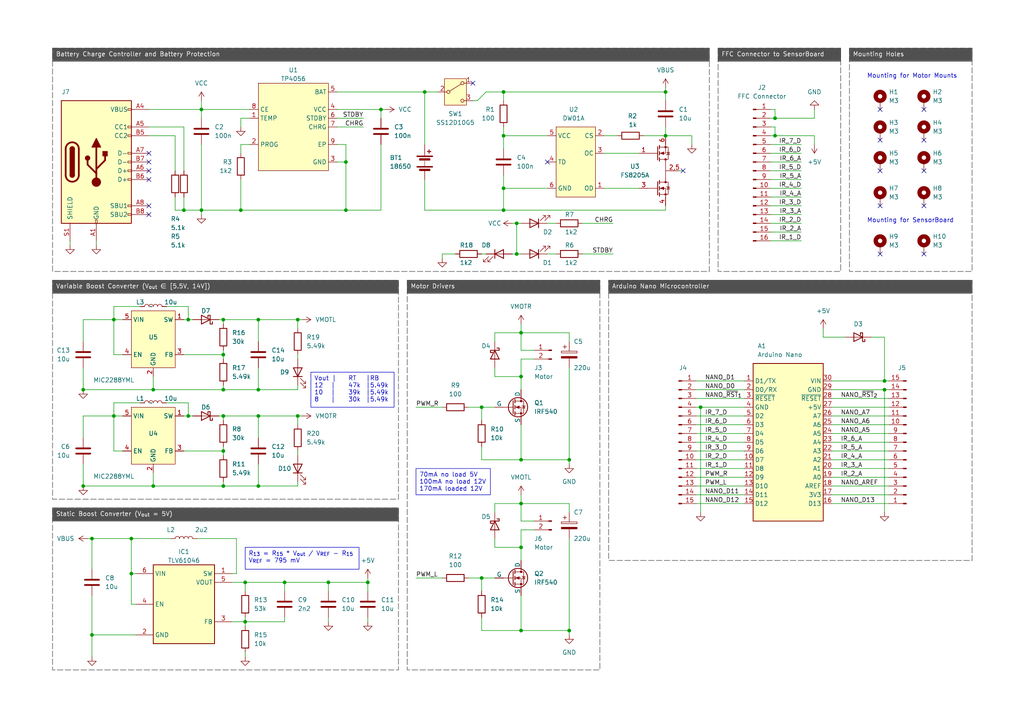
<source format=kicad_sch>
(kicad_sch (version 20231120) (generator "eeschema") (generator_version "8.0")
  (paper "A4")
  (junction (at 151.13 133.35))
  (junction (at 64.77 120.65))
  (junction (at 44.45 113.03))
  (junction (at 151.13 146.05))
  (junction (at 100.33 46.99))
  (junction (at 203.2 118.11))
  (junction (at 86.36 120.65))
  (junction (at 151.13 158.75))
  (junction (at 71.12 180.34))
  (junction (at 33.02 92.71))
  (junction (at 54.61 120.65))
  (junction (at 151.13 109.22))
  (junction (at 123.19 26.67))
  (junction (at 74.93 113.03))
  (junction (at 256.54 113.03))
  (junction (at 26.67 184.15))
  (junction (at 71.12 168.91))
  (junction (at 54.61 92.71))
  (junction (at 146.05 60.96))
  (junction (at 139.7 118.11))
  (junction (at 151.13 96.52))
  (junction (at 193.04 39.37))
  (junction (at 165.1 133.35))
  (junction (at 24.13 140.97))
  (junction (at 224.79 34.29))
  (junction (at 64.77 102.87))
  (junction (at 74.93 92.71))
  (junction (at 165.1 182.88))
  (junction (at 110.49 31.75))
  (junction (at 26.67 156.21))
  (junction (at 44.45 140.97))
  (junction (at 69.85 60.96))
  (junction (at 64.77 92.71))
  (junction (at 256.54 110.49))
  (junction (at 74.93 120.65))
  (junction (at 146.05 39.37))
  (junction (at 95.25 168.91))
  (junction (at 193.04 26.67))
  (junction (at 58.42 60.96))
  (junction (at 58.42 31.75))
  (junction (at 149.86 64.77))
  (junction (at 86.36 92.71))
  (junction (at 82.55 168.91))
  (junction (at 33.02 120.65))
  (junction (at 106.68 168.91))
  (junction (at 149.86 73.66))
  (junction (at 24.13 113.03))
  (junction (at 74.93 140.97))
  (junction (at 146.05 54.61))
  (junction (at 100.33 60.96))
  (junction (at 146.05 26.67))
  (junction (at 53.34 60.96))
  (junction (at 38.1 166.37))
  (junction (at 64.77 140.97))
  (junction (at 139.7 167.64))
  (junction (at 151.13 182.88))
  (junction (at 64.77 130.81))
  (junction (at 38.1 156.21))
  (junction (at 64.77 113.03))
  (junction (at 224.79 39.37))
  (no_connect (at 43.18 52.07))
  (no_connect (at 43.18 49.53))
  (no_connect (at 43.18 44.45))
  (no_connect (at 43.18 62.23))
  (no_connect (at 267.97 59.69))
  (no_connect (at 255.27 73.66))
  (no_connect (at 43.18 59.69))
  (no_connect (at 255.27 49.53))
  (no_connect (at 267.97 40.64))
  (no_connect (at 255.27 59.69))
  (no_connect (at 255.27 31.75))
  (no_connect (at 158.75 46.99))
  (no_connect (at 43.18 46.99))
  (no_connect (at 137.16 24.13))
  (no_connect (at 267.97 49.53))
  (no_connect (at 198.12 49.53))
  (no_connect (at 255.27 40.64))
  (no_connect (at 267.97 73.66))
  (no_connect (at 267.97 31.75))
  (wire (pts (xy 97.79 34.29) (xy 105.41 34.29)))
  (wire (pts (xy 71.12 168.91) (xy 71.12 171.45)))
  (wire (pts (xy 137.16 29.21) (xy 138.43 29.21)))
  (wire (pts (xy 74.93 120.65) (xy 74.93 127)))
  (wire (pts (xy 143.51 96.52) (xy 143.51 99.06)))
  (wire (pts (xy 256.54 113.03) (xy 256.54 148.59)))
  (wire (pts (xy 64.77 139.7) (xy 64.77 140.97)))
  (wire (pts (xy 95.25 168.91) (xy 95.25 171.45)))
  (wire (pts (xy 33.02 120.65) (xy 33.02 130.81)))
  (wire (pts (xy 74.93 134.62) (xy 74.93 140.97)))
  (wire (pts (xy 223.52 54.61) (xy 232.41 54.61)))
  (wire (pts (xy 151.13 182.88) (xy 165.1 182.88)))
  (wire (pts (xy 138.43 29.21) (xy 140.97 26.67)))
  (wire (pts (xy 201.93 123.19) (xy 215.9 123.19)))
  (wire (pts (xy 139.7 182.88) (xy 151.13 182.88)))
  (wire (pts (xy 100.33 46.99) (xy 100.33 60.96)))
  (wire (pts (xy 158.75 64.77) (xy 161.29 64.77)))
  (wire (pts (xy 64.77 120.65) (xy 64.77 121.92)))
  (wire (pts (xy 24.13 120.65) (xy 33.02 120.65)))
  (wire (pts (xy 224.79 34.29) (xy 236.22 34.29)))
  (wire (pts (xy 149.86 73.66) (xy 151.13 73.66)))
  (wire (pts (xy 143.51 106.68) (xy 143.51 109.22)))
  (wire (pts (xy 38.1 156.21) (xy 38.1 166.37)))
  (wire (pts (xy 95.25 179.07) (xy 95.25 180.34)))
  (wire (pts (xy 43.18 36.83) (xy 53.34 36.83)))
  (wire (pts (xy 223.52 52.07) (xy 232.41 52.07)))
  (wire (pts (xy 201.93 125.73) (xy 215.9 125.73)))
  (wire (pts (xy 120.65 167.64) (xy 128.27 167.64)))
  (wire (pts (xy 200.66 39.37) (xy 200.66 41.91)))
  (wire (pts (xy 123.19 60.96) (xy 123.19 52.07)))
  (wire (pts (xy 201.93 128.27) (xy 215.9 128.27)))
  (wire (pts (xy 146.05 36.83) (xy 146.05 39.37)))
  (wire (pts (xy 256.54 97.79) (xy 256.54 110.49)))
  (wire (pts (xy 241.3 138.43) (xy 257.81 138.43)))
  (wire (pts (xy 143.51 156.21) (xy 143.51 158.75)))
  (wire (pts (xy 97.79 31.75) (xy 110.49 31.75)))
  (wire (pts (xy 151.13 104.14) (xy 151.13 109.22)))
  (wire (pts (xy 165.1 106.68) (xy 165.1 133.35)))
  (wire (pts (xy 33.02 88.9) (xy 40.64 88.9)))
  (wire (pts (xy 53.34 92.71) (xy 54.61 92.71)))
  (wire (pts (xy 224.79 39.37) (xy 224.79 36.83)))
  (wire (pts (xy 50.8 57.15) (xy 50.8 60.96)))
  (wire (pts (xy 33.02 88.9) (xy 33.02 92.71)))
  (wire (pts (xy 63.5 92.71) (xy 64.77 92.71)))
  (wire (pts (xy 146.05 39.37) (xy 158.75 39.37)))
  (wire (pts (xy 58.42 31.75) (xy 72.39 31.75)))
  (wire (pts (xy 50.8 60.96) (xy 53.34 60.96)))
  (wire (pts (xy 26.67 156.21) (xy 26.67 165.1)))
  (wire (pts (xy 241.3 110.49) (xy 256.54 110.49)))
  (wire (pts (xy 48.26 116.84) (xy 54.61 116.84)))
  (wire (pts (xy 223.52 41.91) (xy 232.41 41.91)))
  (wire (pts (xy 198.12 49.53) (xy 196.85 49.53)))
  (wire (pts (xy 100.33 60.96) (xy 110.49 60.96)))
  (wire (pts (xy 201.93 146.05) (xy 215.9 146.05)))
  (wire (pts (xy 151.13 101.6) (xy 154.94 101.6)))
  (wire (pts (xy 53.34 130.81) (xy 64.77 130.81)))
  (wire (pts (xy 64.77 113.03) (xy 74.93 113.03)))
  (wire (pts (xy 151.13 158.75) (xy 151.13 162.56)))
  (wire (pts (xy 86.36 102.87) (xy 86.36 104.14)))
  (wire (pts (xy 86.36 120.65) (xy 87.63 120.65)))
  (wire (pts (xy 63.5 120.65) (xy 64.77 120.65)))
  (wire (pts (xy 151.13 96.52) (xy 151.13 101.6)))
  (wire (pts (xy 74.93 92.71) (xy 74.93 99.06)))
  (wire (pts (xy 165.1 96.52) (xy 165.1 99.06)))
  (wire (pts (xy 24.13 92.71) (xy 24.13 99.06)))
  (wire (pts (xy 238.76 97.79) (xy 245.11 97.79)))
  (wire (pts (xy 43.18 39.37) (xy 50.8 39.37)))
  (wire (pts (xy 241.3 128.27) (xy 257.81 128.27)))
  (wire (pts (xy 27.94 69.85) (xy 27.94 71.12)))
  (wire (pts (xy 143.51 146.05) (xy 151.13 146.05)))
  (wire (pts (xy 146.05 54.61) (xy 158.75 54.61)))
  (wire (pts (xy 146.05 54.61) (xy 146.05 60.96)))
  (wire (pts (xy 54.61 120.65) (xy 55.88 120.65)))
  (wire (pts (xy 67.31 168.91) (xy 71.12 168.91)))
  (wire (pts (xy 53.34 60.96) (xy 58.42 60.96)))
  (wire (pts (xy 193.04 26.67) (xy 193.04 29.21)))
  (wire (pts (xy 165.1 182.88) (xy 165.1 184.15)))
  (wire (pts (xy 24.13 113.03) (xy 44.45 113.03)))
  (wire (pts (xy 257.81 123.19) (xy 241.3 123.19)))
  (wire (pts (xy 193.04 25.4) (xy 193.04 26.67)))
  (wire (pts (xy 193.04 36.83) (xy 193.04 39.37)))
  (wire (pts (xy 82.55 168.91) (xy 95.25 168.91)))
  (wire (pts (xy 26.67 184.15) (xy 26.67 190.5)))
  (wire (pts (xy 53.34 36.83) (xy 53.34 49.53)))
  (wire (pts (xy 146.05 60.96) (xy 193.04 60.96)))
  (wire (pts (xy 86.36 92.71) (xy 87.63 92.71)))
  (wire (pts (xy 71.12 168.91) (xy 82.55 168.91)))
  (wire (pts (xy 165.1 156.21) (xy 165.1 182.88)))
  (wire (pts (xy 148.59 73.66) (xy 149.86 73.66)))
  (wire (pts (xy 256.54 110.49) (xy 257.81 110.49)))
  (wire (pts (xy 33.02 120.65) (xy 35.56 120.65)))
  (wire (pts (xy 97.79 26.67) (xy 123.19 26.67)))
  (wire (pts (xy 64.77 129.54) (xy 64.77 130.81)))
  (wire (pts (xy 86.36 92.71) (xy 86.36 95.25)))
  (wire (pts (xy 168.91 64.77) (xy 177.8 64.77)))
  (wire (pts (xy 44.45 140.97) (xy 64.77 140.97)))
  (wire (pts (xy 120.65 118.11) (xy 128.27 118.11)))
  (wire (pts (xy 257.81 120.65) (xy 241.3 120.65)))
  (wire (pts (xy 54.61 88.9) (xy 54.61 92.71)))
  (wire (pts (xy 58.42 41.91) (xy 58.42 60.96)))
  (wire (pts (xy 139.7 167.64) (xy 139.7 171.45)))
  (wire (pts (xy 53.34 102.87) (xy 64.77 102.87)))
  (wire (pts (xy 74.93 92.71) (xy 86.36 92.71)))
  (wire (pts (xy 71.12 189.23) (xy 71.12 190.5)))
  (wire (pts (xy 223.52 59.69) (xy 232.41 59.69)))
  (wire (pts (xy 106.68 179.07) (xy 106.68 180.34)))
  (wire (pts (xy 71.12 180.34) (xy 71.12 181.61)))
  (wire (pts (xy 252.73 97.79) (xy 256.54 97.79)))
  (wire (pts (xy 69.85 52.07) (xy 69.85 60.96)))
  (wire (pts (xy 151.13 143.51) (xy 151.13 146.05)))
  (wire (pts (xy 201.93 120.65) (xy 215.9 120.65)))
  (wire (pts (xy 44.45 113.03) (xy 64.77 113.03)))
  (wire (pts (xy 44.45 137.16) (xy 44.45 140.97)))
  (wire (pts (xy 68.58 156.21) (xy 68.58 166.37)))
  (wire (pts (xy 201.93 110.49) (xy 215.9 110.49)))
  (wire (pts (xy 24.13 120.65) (xy 24.13 127)))
  (wire (pts (xy 257.81 115.57) (xy 241.3 115.57)))
  (wire (pts (xy 24.13 134.62) (xy 24.13 140.97)))
  (wire (pts (xy 151.13 123.19) (xy 151.13 133.35)))
  (wire (pts (xy 38.1 166.37) (xy 39.37 166.37)))
  (wire (pts (xy 223.52 39.37) (xy 224.79 39.37)))
  (wire (pts (xy 146.05 26.67) (xy 193.04 26.67)))
  (wire (pts (xy 151.13 172.72) (xy 151.13 182.88)))
  (wire (pts (xy 257.81 125.73) (xy 241.3 125.73)))
  (wire (pts (xy 151.13 109.22) (xy 151.13 113.03)))
  (wire (pts (xy 236.22 41.91) (xy 236.22 39.37)))
  (wire (pts (xy 223.52 44.45) (xy 232.41 44.45)))
  (wire (pts (xy 110.49 41.91) (xy 110.49 60.96)))
  (wire (pts (xy 64.77 140.97) (xy 74.93 140.97)))
  (wire (pts (xy 139.7 133.35) (xy 151.13 133.35)))
  (wire (pts (xy 33.02 130.81) (xy 35.56 130.81)))
  (wire (pts (xy 224.79 34.29) (xy 224.79 31.75)))
  (wire (pts (xy 33.02 116.84) (xy 33.02 120.65)))
  (wire (pts (xy 241.3 130.81) (xy 257.81 130.81)))
  (wire (pts (xy 54.61 92.71) (xy 55.88 92.71)))
  (wire (pts (xy 223.52 57.15) (xy 232.41 57.15)))
  (wire (pts (xy 238.76 95.25) (xy 238.76 97.79)))
  (wire (pts (xy 38.1 166.37) (xy 38.1 175.26)))
  (wire (pts (xy 64.77 102.87) (xy 64.77 104.14)))
  (wire (pts (xy 26.67 172.72) (xy 26.67 184.15)))
  (wire (pts (xy 64.77 92.71) (xy 74.93 92.71)))
  (wire (pts (xy 201.93 130.81) (xy 215.9 130.81)))
  (wire (pts (xy 151.13 133.35) (xy 165.1 133.35)))
  (wire (pts (xy 58.42 60.96) (xy 69.85 60.96)))
  (wire (pts (xy 161.29 73.66) (xy 158.75 73.66)))
  (wire (pts (xy 123.19 60.96) (xy 146.05 60.96)))
  (wire (pts (xy 33.02 92.71) (xy 35.56 92.71)))
  (wire (pts (xy 143.51 109.22) (xy 151.13 109.22)))
  (wire (pts (xy 203.2 118.11) (xy 203.2 148.59)))
  (wire (pts (xy 140.97 26.67) (xy 146.05 26.67)))
  (wire (pts (xy 74.93 113.03) (xy 86.36 113.03)))
  (wire (pts (xy 106.68 168.91) (xy 106.68 171.45)))
  (wire (pts (xy 241.3 118.11) (xy 257.81 118.11)))
  (wire (pts (xy 71.12 180.34) (xy 82.55 180.34)))
  (wire (pts (xy 135.89 118.11) (xy 139.7 118.11)))
  (wire (pts (xy 223.52 49.53) (xy 232.41 49.53)))
  (wire (pts (xy 26.67 156.21) (xy 38.1 156.21)))
  (wire (pts (xy 69.85 41.91) (xy 69.85 44.45)))
  (wire (pts (xy 38.1 175.26) (xy 39.37 175.26)))
  (wire (pts (xy 86.36 111.76) (xy 86.36 113.03)))
  (wire (pts (xy 82.55 179.07) (xy 82.55 180.34)))
  (wire (pts (xy 24.13 92.71) (xy 33.02 92.71)))
  (wire (pts (xy 151.13 104.14) (xy 154.94 104.14)))
  (wire (pts (xy 151.13 93.98) (xy 151.13 96.52)))
  (wire (pts (xy 241.3 133.35) (xy 257.81 133.35)))
  (wire (pts (xy 139.7 179.07) (xy 139.7 182.88)))
  (wire (pts (xy 186.69 39.37) (xy 193.04 39.37)))
  (wire (pts (xy 86.36 120.65) (xy 86.36 123.19)))
  (wire (pts (xy 33.02 116.84) (xy 40.64 116.84)))
  (wire (pts (xy 58.42 31.75) (xy 58.42 34.29)))
  (wire (pts (xy 58.42 60.96) (xy 58.42 62.23)))
  (wire (pts (xy 50.8 39.37) (xy 50.8 49.53)))
  (wire (pts (xy 67.31 180.34) (xy 71.12 180.34)))
  (wire (pts (xy 123.19 26.67) (xy 127 26.67)))
  (wire (pts (xy 139.7 167.64) (xy 143.51 167.64)))
  (wire (pts (xy 203.2 118.11) (xy 215.9 118.11)))
  (wire (pts (xy 123.19 26.67) (xy 123.19 41.91)))
  (wire (pts (xy 58.42 29.21) (xy 58.42 31.75)))
  (wire (pts (xy 223.52 31.75) (xy 224.79 31.75)))
  (wire (pts (xy 139.7 118.11) (xy 139.7 121.92)))
  (wire (pts (xy 201.93 140.97) (xy 215.9 140.97)))
  (wire (pts (xy 64.77 111.76) (xy 64.77 113.03)))
  (wire (pts (xy 151.13 96.52) (xy 165.1 96.52)))
  (wire (pts (xy 223.52 36.83) (xy 224.79 36.83)))
  (wire (pts (xy 143.51 146.05) (xy 143.51 148.59)))
  (wire (pts (xy 64.77 92.71) (xy 64.77 93.98)))
  (wire (pts (xy 33.02 92.71) (xy 33.02 102.87)))
  (wire (pts (xy 223.52 69.85) (xy 232.41 69.85)))
  (wire (pts (xy 223.52 67.31) (xy 232.41 67.31)))
  (wire (pts (xy 64.77 130.81) (xy 64.77 132.08)))
  (wire (pts (xy 69.85 34.29) (xy 72.39 34.29)))
  (wire (pts (xy 223.52 34.29) (xy 224.79 34.29)))
  (wire (pts (xy 67.31 166.37) (xy 68.58 166.37)))
  (wire (pts (xy 201.93 133.35) (xy 215.9 133.35)))
  (wire (pts (xy 223.52 64.77) (xy 232.41 64.77)))
  (wire (pts (xy 64.77 101.6) (xy 64.77 102.87)))
  (wire (pts (xy 236.22 34.29) (xy 236.22 31.75)))
  (wire (pts (xy 64.77 120.65) (xy 74.93 120.65)))
  (wire (pts (xy 201.93 138.43) (xy 215.9 138.43)))
  (wire (pts (xy 139.7 129.54) (xy 139.7 133.35)))
  (wire (pts (xy 139.7 118.11) (xy 143.51 118.11)))
  (wire (pts (xy 175.26 54.61) (xy 185.42 54.61)))
  (wire (pts (xy 149.86 64.77) (xy 151.13 64.77)))
  (wire (pts (xy 38.1 156.21) (xy 49.53 156.21)))
  (wire (pts (xy 223.52 62.23) (xy 232.41 62.23)))
  (wire (pts (xy 69.85 41.91) (xy 72.39 41.91)))
  (wire (pts (xy 151.13 151.13) (xy 154.94 151.13)))
  (wire (pts (xy 241.3 146.05) (xy 257.81 146.05)))
  (wire (pts (xy 44.45 109.22) (xy 44.45 113.03)))
  (wire (pts (xy 223.52 46.99) (xy 232.41 46.99)))
  (wire (pts (xy 97.79 46.99) (xy 100.33 46.99)))
  (wire (pts (xy 25.4 156.21) (xy 26.67 156.21)))
  (wire (pts (xy 43.18 31.75) (xy 58.42 31.75)))
  (wire (pts (xy 151.13 146.05) (xy 151.13 151.13)))
  (wire (pts (xy 97.79 41.91) (xy 100.33 41.91)))
  (wire (pts (xy 165.1 133.35) (xy 165.1 134.62)))
  (wire (pts (xy 86.36 139.7) (xy 86.36 140.97)))
  (wire (pts (xy 24.13 106.68) (xy 24.13 113.03)))
  (wire (pts (xy 151.13 153.67) (xy 151.13 158.75)))
  (wire (pts (xy 149.86 64.77) (xy 149.86 73.66)))
  (wire (pts (xy 224.79 39.37) (xy 236.22 39.37)))
  (wire (pts (xy 201.93 135.89) (xy 215.9 135.89)))
  (wire (pts (xy 241.3 135.89) (xy 257.81 135.89)))
  (wire (pts (xy 74.93 140.97) (xy 86.36 140.97)))
  (wire (pts (xy 26.67 184.15) (xy 39.37 184.15)))
  (wire (pts (xy 149.86 64.77) (xy 148.59 64.77)))
  (wire (pts (xy 135.89 167.64) (xy 139.7 167.64)))
  (wire (pts (xy 257.81 143.51) (xy 241.3 143.51)))
  (wire (pts (xy 165.1 146.05) (xy 165.1 148.59)))
  (wire (pts (xy 82.55 168.91) (xy 82.55 171.45)))
  (wire (pts (xy 20.32 69.85) (xy 20.32 71.12)))
  (wire (pts (xy 151.13 146.05) (xy 165.1 146.05)))
  (wire (pts (xy 33.02 102.87) (xy 35.56 102.87)))
  (wire (pts (xy 24.13 140.97) (xy 44.45 140.97)))
  (wire (pts (xy 143.51 96.52) (xy 151.13 96.52)))
  (wire (pts (xy 151.13 153.67) (xy 154.94 153.67)))
  (wire (pts (xy 74.93 120.65) (xy 86.36 120.65)))
  (wire (pts (xy 256.54 113.03) (xy 241.3 113.03)))
  (wire (pts (xy 193.04 59.69) (xy 193.04 60.96)))
  (wire (pts (xy 95.25 168.91) (xy 106.68 168.91)))
  (wire (pts (xy 175.26 39.37) (xy 179.07 39.37)))
  (wire (pts (xy 201.93 115.57) (xy 215.9 115.57)))
  (wire (pts (xy 97.79 36.83) (xy 105.41 36.83)))
  (wire (pts (xy 241.3 140.97) (xy 257.81 140.97)))
  (wire (pts (xy 201.93 118.11) (xy 203.2 118.11)))
  (wire (pts (xy 201.93 143.51) (xy 215.9 143.51)))
  (wire (pts (xy 143.51 158.75) (xy 151.13 158.75)))
  (wire (pts (xy 128.27 73.66) (xy 128.27 74.93)))
  (wire (pts (xy 53.34 57.15) (xy 53.34 60.96)))
  (wire (pts (xy 146.05 39.37) (xy 146.05 43.18)))
  (wire (pts (xy 146.05 50.8) (xy 146.05 54.61)))
  (wire (pts (xy 193.04 39.37) (xy 200.66 39.37)))
  (wire (pts (xy 69.85 60.96) (xy 100.33 60.96)))
  (wire (pts (xy 100.33 41.91) (xy 100.33 46.99)))
  (wire (pts (xy 57.15 156.21) (xy 68.58 156.21)))
  (wire (pts (xy 201.93 113.03) (xy 215.9 113.03)))
  (wire (pts (xy 48.26 88.9) (xy 54.61 88.9)))
  (wire (pts (xy 86.36 130.81) (xy 86.36 132.08)))
  (wire (pts (xy 69.85 34.29) (xy 69.85 36.83)))
  (wire (pts (xy 106.68 167.64) (xy 106.68 168.91)))
  (wire (pts (xy 110.49 31.75) (xy 110.49 34.29)))
  (wire (pts (xy 71.12 179.07) (xy 71.12 180.34)))
  (wire (pts (xy 139.7 73.66) (xy 140.97 73.66)))
  (wire (pts (xy 54.61 116.84) (xy 54.61 120.65)))
  (wire (pts (xy 146.05 26.67) (xy 146.05 29.21)))
  (wire (pts (xy 175.26 44.45) (xy 185.42 44.45)))
  (wire (pts (xy 128.27 73.66) (xy 132.08 73.66)))
  (wire (pts (xy 257.81 113.03) (xy 256.54 113.03)))
  (wire (pts (xy 74.93 106.68) (xy 74.93 113.03)))
  (wire (pts (xy 53.34 120.65) (xy 54.61 120.65)))
  (wire (pts (xy 177.8 73.66) (xy 168.91 73.66)))
  (wire (pts (xy 110.49 31.75) (xy 111.76 31.75)))
  (rectangle (start 15.24 147.32) (end 115.57 194.31) (stroke (width 0) (type dash) (color 67 67 67 1)))
  (rectangle (start 118.11 81.28) (end 173.99 194.31) (stroke (width 0) (type dash) (color 67 67 67 1)))
  (rectangle (start 176.53 81.28) (end 281.94 162.56) (stroke (width 0) (type dash) (color 67 67 67 1)))
  (rectangle (start 15.24 81.28) (end 115.57 144.78) (stroke (width 0) (type dash) (color 67 67 67 1)))
  (rectangle (start 208.28 13.97) (end 243.84 78.74) (stroke (width 0) (type dash) (color 67 67 67 1)))
  (rectangle (start 246.38 13.97) (end 281.94 78.74) (stroke (width 0) (type dash) (color 67 67 67 1)))
  (rectangle (start 15.24 13.97) (end 205.74 78.74) (stroke (width 0) (type dash) (color 67 67 67 1)))
  (text_box "Mounting Holes" (at 246.38 13.97 0) (size 35.56 3.81) (stroke (width 0) (color 80 80 80 1)) (fill (type color) (color 80 80 80 1)) (effects (font (size 1.27 1.27)) (justify left top)))
  (text_box "Arduino Nano Microcontroller" (at 176.53 81.28 0) (size 105.41 3.81) (stroke (width 0) (color 80 80 80 1)) (fill (type color) (color 80 80 80 1)) (effects (font (size 1.27 1.27)) (justify left top)))
  (text_box "Vout |	RT	|RB\n12	|	47k	|5.49k\n10	|	39k	|5.49k\n8	|	30k	|5.49k" (at 90.17 107.95 0) (size 24.13 10.16) (effects (font (size 1.27 1.27)) (justify left top)))
  (text_box "Battery Charge Controller and Battery Protection" (at 15.24 13.97 0) (size 190.5 3.81) (stroke (width 0) (color 80 80 80 1)) (fill (type color) (color 80 80 80 1)) (effects (font (size 1.27 1.27)) (justify left top)))
  (text_box "FFC Connector to SensorBoard" (at 208.28 13.97 0) (size 35.56 3.81) (stroke (width 0) (color 80 80 80 1)) (fill (type color) (color 80 80 80 1)) (effects (font (size 1.27 1.27)) (justify left top)))
  (text_box "Variable Boost Converter (V_{out} ∈ [5.5V, 14V])" (at 15.24 81.28 0) (size 100.33 3.81) (stroke (width 0) (color 80 80 80 1)) (fill (type color) (color 80 80 80 1)) (effects (font (size 1.27 1.27)) (justify left top)))
  (text_box "70mA no load 5V\n100mA no load 12V\n170mA loaded 12V" (at 120.65 135.89 0) (size 21.59 7.62) (effects (font (size 1.27 1.27)) (justify left top)))
  (text_box "Motor Drivers" (at 118.11 81.28 0) (size 55.88 3.81) (stroke (width 0) (color 80 80 80 1)) (fill (type color) (color 80 80 80 1)) (effects (font (size 1.27 1.27)) (justify left top)))
  (text_box "R_{13} = R_{15} * V_{out} / V_{REF} - R_{15}\nV_{REF} = 795 mV" (at 71.12 158.75 0) (size 33.02 6.35) (effects (font (size 1.27 1.27)) (justify left top)))
  (text_box "Static Boost Converter (V_{out} = 5V)" (at 15.24 147.32 0) (size 100.33 3.81) (stroke (width 0) (color 80 80 80 1)) (fill (type color) (color 80 80 80 1)) (effects (font (size 1.27 1.27)) (justify left top)))
  (text "MIC2288YML" (at 33.02 110.49 0) (effects (font (size 1.27 1.27))))
  (text "MIC2288YML" (at 33.02 138.43 0) (effects (font (size 1.27 1.27))))
  (text "Mounting for SensorBoard" (at 251.46 64.77 0) (effects (font (size 1.27 1.27)) (justify left bottom)))
  (text "Mounting for Motor Mounts" (at 251.46 22.86 0) (effects (font (size 1.27 1.27)) (justify left bottom)))
  (label "STDBY" (at 105.41 34.29 180))
  (label "IR_7_D" (at 232.41 41.91 180))
  (label "IR_3_A" (at 243.84 135.89 0))
  (label "IR_2_A" (at 243.84 138.43 0))
  (label "IR_4_A" (at 243.84 133.35 0))
  (label "NANO_D1" (at 204.47 110.49 0))
  (label "STDBY" (at 177.8 73.66 180))
  (label "PWM_L" (at 120.65 167.64 0))
  (label "NANO_A5" (at 243.84 125.73 0))
  (label "IR_3_A" (at 232.41 62.23 180))
  (label "IR_6_A" (at 243.84 128.27 0))
  (label "NANO_D13" (at 243.84 146.05 0))
  (label "PWM_L" (at 204.47 140.97 0))
  (label "NANO_AREF" (at 243.84 140.97 0))
  (label "IR_1_D" (at 204.47 135.89 0))
  (label "IR_2_A" (at 232.41 67.31 180))
  (label "IR_6_A" (at 232.41 46.99 180))
  (label "IR_6_D" (at 204.47 123.19 0))
  (label "IR_4_D" (at 204.47 128.27 0))
  (label "IR_7_D" (at 204.47 120.65 0))
  (label "CHRG" (at 177.8 64.77 180))
  (label "CHRG" (at 105.41 36.83 180))
  (label "PWM_R" (at 120.65 118.11 0))
  (label "NANO_A7" (at 243.84 120.65 0))
  (label "IR_5_A" (at 232.41 52.07 180))
  (label "PWM_R" (at 204.47 138.43 0))
  (label "IR_2_D" (at 232.41 64.77 180))
  (label "IR_4_A" (at 232.41 57.15 180))
  (label "NANO_A6" (at 243.84 123.19 0))
  (label "NANO_~{RST}_{1}" (at 204.47 115.57 0))
  (label "NANO_D0" (at 204.47 113.03 0))
  (label "IR_2_D" (at 204.47 133.35 0))
  (label "IR_3_D" (at 232.41 59.69 180))
  (label "IR_6_D" (at 232.41 44.45 180))
  (label "NANO_D11" (at 204.47 143.51 0))
  (label "NANO_D12" (at 204.47 146.05 0))
  (label "IR_5_D" (at 204.47 125.73 0))
  (label "IR_1_D" (at 232.41 69.85 180))
  (label "NANO_~{RST}_{2}" (at 243.84 115.57 0))
  (label "IR_5_D" (at 232.41 49.53 180))
  (label "IR_5_A" (at 243.84 130.81 0))
  (label "IR_3_D" (at 204.47 130.81 0))
  (label "IR_4_D" (at 232.41 54.61 180))
  (symbol (lib_id "Mechanical:MountingHole_Pad") (at 255.27 46.99 0) (unit 1)
    (property "Reference" "H5" (at 257.81 44.45 0) (effects (justify left)))
    (property "Value" "M3" (at 257.81 46.99 0) (effects (justify left)))
    (property "Footprint" "ImportedLibrary:MountingHole_Soldernut_M3" (effects (hide yes)))
  )
  (symbol (lib_id "power:GND") (at 69.85 36.83 0) (unit 1)
    (property "Reference" "#PWR05" (effects (hide yes)))
    (property "Value" "GND" (effects (hide yes)))
  )
  (symbol (lib_id "power:+5V") (at 236.22 41.91 0) (mirror x) (unit 1)
    (property "Reference" "#PWR07" (effects (hide yes)))
    (property "Value" "+5V" (at 236.22 46.99 0))
  )
  (symbol (lib_id "Device:LED") (at 154.94 64.77 180) (unit 1)
    (property "Reference" "D2" (at 157.48 67.31 0) (effects (justify right)))
    (property "Value" "LED" (effects (hide yes)))
    (property "Footprint" "LED_SMD:LED_0603_1608Metric" (effects (hide yes)))
  )
  (symbol (lib_id "power:Vdrive") (at 87.63 120.65 270) (unit 1)
    (property "Reference" "#PWR026" (effects (hide yes)))
    (property "Value" "VMOTR" (at 91.44 120.6499 90) (effects (justify left)))
  )
  (symbol (lib_id "power:GND") (at 200.66 41.91 0) (unit 1)
    (property "Reference" "#PWR06" (effects (hide yes)))
    (property "Value" "GND" (effects (hide yes)))
  )
  (symbol (lib_id "Connector:Conn_01x02_Pin") (at 160.02 101.6 0) (mirror y) (unit 1)
    (property "Reference" "J3" (at 154.94 106.68 0) (effects (justify right)))
    (property "Value" "Motor" (at 154.94 109.22 0) (effects (justify right)))
    (property "Footprint" "TerminalBlock:TerminalBlock_bornier-2_P5.08mm" (effects (hide yes)))
  )
  (symbol (lib_id "power:GND") (at 165.1 134.62 0) (unit 1)
    (property "Reference" "#PWR012" (effects (hide yes)))
    (property "Value" "GND" (at 165.1 139.7 0))
  )
  (symbol (lib_id "Switch:SW_SPDT") (at 132.08 26.67 0) (unit 1)
    (property "Reference" "SW1" (at 132.08 33.02 0))
    (property "Value" "SS12D10G5" (at 132.08 35.56 0))
    (property "Footprint" "ImportedLibrary:SS12D10G5_SlideSwitch" (effects (hide yes)))
  )
  (symbol (lib_id "Mechanical:MountingHole_Pad") (at 267.97 57.15 0) (unit 1)
    (property "Reference" "H8" (at 270.51 54.61 0) (effects (justify left)))
    (property "Value" "M3" (at 270.51 57.15 0) (effects (justify left)))
    (property "Footprint" "ImportedLibrary:MountingHole_Soldernut_M3" (effects (hide yes)))
  )
  (symbol (lib_id "power:VBUS") (at 25.4 156.21 90) (unit 1)
    (property "Reference" "#PWR016" (effects (hide yes)))
    (property "Value" "VBUS" (at 21.59 156.21 90) (effects (justify left)))
  )
  (symbol (lib_id "Device:C") (at 24.13 102.87 0) (mirror y) (unit 1)
    (property "Reference" "C13" (at 20.32 101.6 0) (effects (justify left)))
    (property "Value" "10u" (at 20.32 104.14 0) (effects (justify left)))
    (property "Footprint" "Capacitor_SMD:C_0603_1608Metric" (effects (hide yes)))
  )
  (symbol (lib_id "power:GND") (at 26.67 190.5 0) (unit 1)
    (property "Reference" "#PWR021" (effects (hide yes)))
    (property "Value" "GND" (effects (hide yes)))
  )
  (symbol (lib_id "power:GND") (at 20.32 71.12 0) (unit 1)
    (property "Reference" "#PWR023" (effects (hide yes)))
    (property "Value" "GND" (effects (hide yes)))
  )
  (symbol (lib_id "Device:LED") (at 86.36 107.95 90) (unit 1)
    (property "Reference" "D9" (at 82.55 107.95 90))
    (property "Value" "LED" (effects (hide yes)))
    (property "Footprint" "LED_SMD:LED_0603_1608Metric" (effects (hide yes)))
  )
  (symbol (lib_id "Device:C") (at 74.93 102.87 0) (unit 1)
    (property "Reference" "C14" (at 78.74 101.6 0) (effects (justify left)))
    (property "Value" "10u" (at 78.74 104.14 0) (effects (justify left)))
    (property "Footprint" "Capacitor_SMD:C_0603_1608Metric" (effects (hide yes)))
  )
  (symbol (lib_id "ImportedLibrary:DW01A") (at 158.75 31.75 0) (unit 1)
    (property "Reference" "U2" (at 166.37 31.75 0))
    (property "Value" "DW01A" (at 166.37 34.29 0))
    (property "Footprint" "Package_TO_SOT_SMD:SOT-23-6" (effects (hide yes)))
  )
  (symbol (lib_id "power:Vdrive") (at 151.13 93.98 0) (unit 1)
    (property "Reference" "#PWR010" (effects (hide yes)))
    (property "Value" "VMOTR" (at 151.13 88.9 0))
  )
  (symbol (lib_id "Mechanical:MountingHole_Pad") (at 255.27 29.21 0) (unit 1)
    (property "Reference" "H1" (at 257.81 26.67 0) (effects (justify left)))
    (property "Value" "M3" (at 257.81 29.21 0) (effects (justify left)))
    (property "Footprint" "ImportedLibrary:MountingHole_Soldernut_M3" (effects (hide yes)))
  )
  (symbol (lib_id "Mechanical:MountingHole_Pad") (at 267.97 38.1 0) (unit 1)
    (property "Reference" "H4" (at 270.51 35.56 0) (effects (justify left)))
    (property "Value" "M3" (at 270.51 38.1 0) (effects (justify left)))
    (property "Footprint" "ImportedLibrary:MountingHole_Soldernut_M3" (effects (hide yes)))
  )
  (symbol (lib_id "power:VBUS") (at 193.04 25.4 0) (unit 1)
    (property "Reference" "#PWR01" (effects (hide yes)))
    (property "Value" "VBUS" (at 193.04 20.32 0))
  )
  (symbol (lib_id "Device:L") (at 44.45 116.84 90) (unit 1)
    (property "Reference" "L1" (at 40.64 115.57 90))
    (property "Value" "10u" (at 49.53 115.57 90))
    (property "Footprint" "0_Inductors:Murata_LQH43xxx" (effects (hide yes)))
    (property "Datasheet" "LQH43CN100K03L" (effects (hide yes)))
    (property "Description" "Inductor" (effects (hide yes)))
  )
  (symbol (lib_id "Device:R") (at 64.77 135.89 0) (mirror y) (unit 1)
    (property "Reference" "R11" (at 67.31 134.6199 0) (effects (justify right)))
    (property "Value" "5.49k" (at 67.31 137.1599 0) (effects (justify right)))
    (property "Footprint" "Resistor_SMD:R_0603_1608Metric" (effects (hide yes)))
  )
  (symbol (lib_id "Device:R") (at 71.12 175.26 0) (unit 1)
    (property "Reference" "R13" (at 73.66 173.9899 0) (effects (justify left)))
    (property "Value" "53k" (at 73.66 176.5299 0) (effects (justify left)))
    (property "Footprint" "Resistor_SMD:R_0603_1608Metric" (effects (hide yes)))
  )
  (symbol (lib_id "Device:D_Schottky") (at 59.69 92.71 180) (unit 1)
    (property "Reference" "D7" (at 59.69 90.17 0))
    (property "Value" "D_Schottky" (effects (hide yes)))
    (property "Footprint" "Diode_SMD:D_SMA" (effects (hide yes)))
    (property "Datasheet" "SS24" (effects (hide yes)))
    (property "Description" "Schottky diode" (effects (hide yes)))
  )
  (symbol (lib_id "Device:C") (at 110.49 38.1 0) (unit 1)
    (property "Reference" "C3" (at 114.3 36.83 0) (effects (justify left)))
    (property "Value" "100n" (at 114.3 39.37 0) (effects (justify left)))
    (property "Footprint" "Capacitor_SMD:C_0603_1608Metric" (effects (hide yes)))
  )
  (symbol (lib_id "power:GND") (at 71.12 190.5 0) (unit 1)
    (property "Reference" "#PWR022" (effects (hide yes)))
    (property "Value" "GND" (effects (hide yes)))
  )
  (symbol (lib_id "Connector:USB_C_Receptacle_USB2.0_16P") (at 27.94 46.99 0) (unit 1)
    (property "Reference" "J7" (at 19.05 26.67 0))
    (property "Value" "USB_C_Receptacle_USB2.0_16P" (effects (hide yes)))
    (property "Footprint" "Connector_USB:USB_C_Receptacle_GCT_USB4105-xx-A_16P_TopMnt_Horizontal" (effects (hide yes)))
    (property "Datasheet" "https://www.usb.org/sites/default/files/documents/usb_type-c.zip" (effects (hide yes)))
  )
  (symbol (lib_id "power:GND") (at 128.27 74.93 0) (unit 1)
    (property "Reference" "#PWR029" (effects (hide yes)))
    (property "Value" "GND" (effects (hide yes)))
  )
  (symbol (lib_id "Device:D_Schottky") (at 59.69 120.65 180) (unit 1)
    (property "Reference" "D6" (at 59.69 118.11 0))
    (property "Value" "D_Schottky" (effects (hide yes)))
    (property "Footprint" "Diode_SMD:D_SMA" (effects (hide yes)))
    (property "Datasheet" "SS24" (effects (hide yes)))
    (property "Description" "Schottky diode" (effects (hide yes)))
  )
  (symbol (lib_id "Device:R") (at 71.12 185.42 0) (unit 1)
    (property "Reference" "R15" (at 73.66 184.15 0) (effects (justify left)))
    (property "Value" "10k" (at 73.66 186.69 0) (effects (justify left)))
    (property "Footprint" "Resistor_SMD:R_0603_1608Metric" (effects (hide yes)))
  )
  (symbol (lib_id "Mechanical:MountingHole_Pad") (at 267.97 29.21 0) (unit 1)
    (property "Reference" "H2" (at 270.51 26.67 0) (effects (justify left)))
    (property "Value" "M3" (at 270.51 29.21 0) (effects (justify left)))
    (property "Footprint" "ImportedLibrary:MountingHole_Soldernut_M3" (effects (hide yes)))
  )
  (symbol (lib_id "Device:C") (at 146.05 46.99 0) (unit 1)
    (property "Reference" "C4" (at 149.86 45.72 0) (effects (justify left)))
    (property "Value" "100n" (at 149.86 48.26 0) (effects (justify left)))
    (property "Footprint" "Capacitor_SMD:C_0603_1608Metric" (effects (hide yes)))
  )
  (symbol (lib_id "Connector:Conn_01x15_Pin") (at 196.85 128.27 0) (unit 1)
    (property "Reference" "J4" (at 198.12 106.68 0))
    (property "Value" "Row 2" (effects (hide yes)))
    (property "Footprint" "Connector_PinSocket_2.54mm:PinSocket_1x15_P2.54mm_Vertical" (effects (hide yes)))
  )
  (symbol (lib_id "Connector:Conn_01x15_Pin") (at 262.89 128.27 180) (unit 1)
    (property "Reference" "J5" (at 261.62 106.68 0))
    (property "Value" "Row 2" (effects (hide yes)))
    (property "Footprint" "Connector_PinSocket_2.54mm:PinSocket_1x15_P2.54mm_Vertical" (effects (hide yes)))
  )
  (symbol (lib_id "Device:D_Schottky") (at 143.51 152.4 270) (unit 1)
    (property "Reference" "D5" (at 140.97 149.86 90))
    (property "Value" "D_Schottky" (effects (hide yes)))
    (property "Footprint" "Diode_SMD:D_SMA" (effects (hide yes)))
    (property "Datasheet" "SS24" (effects (hide yes)))
    (property "Description" "Schottky diode" (effects (hide yes)))
  )
  (symbol (lib_id "power:GND") (at 24.13 140.97 0) (unit 1)
    (property "Reference" "#PWR025" (effects (hide yes)))
    (property "Value" "GND" (effects (hide yes)))
  )
  (symbol (lib_id "Connector:Conn_01x16_Pin") (at 218.44 49.53 0) (unit 1)
    (property "Reference" "J2" (at 220.98 25.4 0))
    (property "Value" "FFC Connector" (at 220.98 27.94 0))
    (property "Footprint" "Connector_FFC-FPC:Hirose_FH12-16S-0.5SH_1x16-1MP_P0.50mm_Horizontal" (effects (hide yes)))
  )
  (symbol (lib_id "ImportedLibrary:TLV61070ADBVR") (at 39.37 166.37 0) (unit 1)
    (property "Reference" "IC1" (at 53.34 160.02 0))
    (property "Value" "TLV61046" (at 53.34 162.56 0))
    (property "Footprint" "ImportedLibrary:TLV61070ADBVR" (effects (hide yes)))
    (property "Height" "1.45" (effects (hide yes)))
    (property "Mouser Part Number" "595-TLV61070ADBVR" (effects (hide yes)))
    (property "Mouser Price/Stock" "https://www.mouser.co.uk/ProductDetail/Texas-Instruments/TLV61070ADBVR?qs=T%252BzbugeAwjhLlT1empixsw%3D%3D" (effects (hide yes)))
    (property "Manufacturer_Name" "Texas Instruments" (effects (hide yes)))
    (property "Manufacturer_Part_Number" "TLV61070ADBVR" (effects (hide yes)))
  )
  (symbol (lib_id "Device:C") (at 58.42 38.1 0) (unit 1)
    (property "Reference" "C2" (at 62.23 36.83 0) (effects (justify left)))
    (property "Value" "100n" (at 62.23 39.37 0) (effects (justify left)))
    (property "Footprint" "Capacitor_SMD:C_0603_1608Metric" (effects (hide yes)))
  )
  (symbol (lib_id "Device:C_Polarized") (at 165.1 152.4 0) (unit 1)
    (property "Reference" "C7" (at 166.37 148.59 0) (effects (justify left)))
    (property "Value" "220u" (at 166.37 156.21 0) (effects (justify left)))
    (property "Footprint" "Capacitor_THT:CP_Radial_D8.0mm_P5.00mm" (effects (hide yes)))
  )
  (symbol (lib_id "power:GND") (at 203.2 148.59 0) (unit 1)
    (property "Reference" "#PWR014" (effects (hide yes)))
    (property "Value" "GND" (effects (hide yes)))
  )
  (symbol (lib_id "power:Vdrive") (at 87.63 92.71 270) (unit 1)
    (property "Reference" "#PWR027" (effects (hide yes)))
    (property "Value" "VMOTL" (at 91.44 92.7099 90) (effects (justify left)))
  )
  (symbol (lib_id "Device:R") (at 165.1 64.77 90) (unit 1)
    (property "Reference" "R7" (at 163.83 62.23 90) (effects (justify right)))
    (property "Value" "1k2" (at 163.83 67.31 90) (effects (justify right)))
    (property "Footprint" "Resistor_SMD:R_0603_1608Metric" (effects (hide yes)))
  )
  (symbol (lib_id "Device:D_Schottky") (at 248.92 97.79 180) (unit 1)
    (property "Reference" "D3" (at 248.92 93.98 0))
    (property "Value" "D_Schottky" (effects (hide yes)))
    (property "Footprint" "Diode_SMD:D_SMA" (effects (hide yes)))
    (property "Datasheet" "SS24" (effects (hide yes)))
    (property "Description" "Schottky diode" (effects (hide yes)))
  )
  (symbol (lib_id "power:GND") (at 106.68 180.34 0) (unit 1)
    (property "Reference" "#PWR019" (effects (hide yes)))
    (property "Value" "GND" (effects (hide yes)))
  )
  (symbol (lib_id "Device:R") (at 64.77 97.79 0) (mirror y) (unit 1)
    (property "Reference" "R16" (at 67.31 96.5199 0) (effects (justify right)))
    (property "Value" "30k" (at 67.31 99.0599 0) (effects (justify right)))
    (property "Footprint" "Resistor_SMD:R_0603_1608Metric" (effects (hide yes)))
  )
  (symbol (lib_id "Device:C") (at 106.68 175.26 0) (unit 1)
    (property "Reference" "C11" (at 110.49 173.99 0) (effects (justify left)))
    (property "Value" "10u" (at 110.49 176.53 0) (effects (justify left)))
    (property "Footprint" "Capacitor_SMD:C_0603_1608Metric" (effects (hide yes)))
  )
  (symbol (lib_id "Device:R") (at 53.34 53.34 0) (mirror y) (unit 1)
    (property "Reference" "R5" (at 49.53 68.58 0) (effects (justify right)))
    (property "Value" "5.1k" (at 49.53 71.12 0) (effects (justify right)))
    (property "Footprint" "Resistor_SMD:R_0603_1608Metric" (effects (hide yes)))
  )
  (symbol (lib_id "Device:R") (at 69.85 48.26 0) (unit 1)
    (property "Reference" "R3" (at 67.31 46.99 0) (effects (justify right)))
    (property "Value" "1k2" (at 67.31 49.53 0) (effects (justify right)))
    (property "Footprint" "Resistor_SMD:R_0603_1608Metric" (effects (hide yes)))
  )
  (symbol (lib_id "power:Vdrive") (at 151.13 143.51 0) (unit 1)
    (property "Reference" "#PWR013" (effects (hide yes)))
    (property "Value" "VMOTL" (at 151.13 138.43 0))
  )
  (symbol (lib_id "power:GND") (at 95.25 180.34 0) (unit 1)
    (property "Reference" "#PWR018" (effects (hide yes)))
    (property "Value" "GND" (effects (hide yes)))
  )
  (symbol (lib_id "Mechanical:MountingHole_Pad") (at 267.97 46.99 0) (unit 1)
    (property "Reference" "H6" (at 270.51 44.45 0) (effects (justify left)))
    (property "Value" "M3" (at 270.51 46.99 0) (effects (justify left)))
    (property "Footprint" "ImportedLibrary:MountingHole_Soldernut_M3" (effects (hide yes)))
  )
  (symbol (lib_id "Device:L") (at 53.34 156.21 90) (unit 1)
    (property "Reference" "L2" (at 49.53 153.67 90))
    (property "Value" "2u2" (at 58.42 153.67 90))
    (property "Footprint" "Inductor_SMD:L_Changjiang_FNR5030S" (effects (hide yes)))
  )
  (symbol (lib_id "Device:D_Schottky") (at 143.51 102.87 270) (unit 1)
    (property "Reference" "D4" (at 140.97 100.33 90))
    (property "Value" "D_Schottky" (effects (hide yes)))
    (property "Footprint" "Diode_SMD:D_SMA" (effects (hide yes)))
    (property "Datasheet" "SS24" (effects (hide yes)))
    (property "Description" "Schottky diode" (effects (hide yes)))
  )
  (symbol (lib_id "ImportedLibrary:TP4056") (at 68.58 30.48 0) (unit 1)
    (property "Reference" "U1" (at 85.09 20.32 0))
    (property "Value" "TP4056" (at 85.09 22.86 0))
    (property "Footprint" "Package_SO:SO-8_3.9x4.9mm_P1.27mm" (effects (hide yes)))
  )
  (symbol (lib_id "Device:R") (at 64.77 107.95 0) (mirror y) (unit 1)
    (property "Reference" "R17" (at 67.31 106.6799 0) (effects (justify right)))
    (property "Value" "5.49k" (at 67.31 109.2199 0) (effects (justify right)))
    (property "Footprint" "Resistor_SMD:R_0603_1608Metric" (effects (hide yes)))
  )
  (symbol (lib_id "Device:R") (at 50.8 53.34 0) (mirror y) (unit 1)
    (property "Reference" "R4" (at 49.53 63.5 0) (effects (justify right)))
    (property "Value" "5.1k" (at 49.53 66.04 0) (effects (justify right)))
    (property "Footprint" "Resistor_SMD:R_0603_1608Metric" (effects (hide yes)))
  )
  (symbol (lib_id "ImportedLibrary:FS8205A") (at 193.04 45.72 0) (unit 1)
    (property "Reference" "U3" (at 184.15 48.26 0))
    (property "Value" "FS8205A" (at 184.15 50.8 0))
    (property "Footprint" "Package_TO_SOT_SMD:SOT-23-6" (effects (hide yes)))
  )
  (symbol (lib_id "MCU_Module:Arduino_Nano_v2.x") (at 228.6 128.27 0) (unit 1)
    (property "Reference" "A1" (at 219.71 100.33 0) (effects (justify left)))
    (property "Value" "Arduino Nano" (at 219.71 102.87 0) (effects (justify left)))
    (property "Footprint" "Module:Arduino_Nano" (effects (hide yes)))
    (property "Datasheet" "https://www.arduino.cc/en/uploads/Main/ArduinoNanoManual23.pdf" (effects (hide yes)))
  )
  (symbol (lib_id "Device:C_Polarized") (at 165.1 102.87 0) (unit 1)
    (property "Reference" "C5" (at 166.37 99.06 0) (effects (justify left)))
    (property "Value" "220u" (at 166.37 106.68 0) (effects (justify left)))
    (property "Footprint" "Capacitor_THT:CP_Radial_D8.0mm_P5.00mm" (effects (hide yes)))
  )
  (symbol (lib_id "Device:C") (at 95.25 175.26 0) (unit 1)
    (property "Reference" "C10" (at 99.06 173.99 0) (effects (justify left)))
    (property "Value" "10u" (at 99.06 176.53 0) (effects (justify left)))
    (property "Footprint" "Capacitor_SMD:C_0603_1608Metric" (effects (hide yes)))
  )
  (symbol (lib_id "Device:R") (at 146.05 33.02 0) (unit 1)
    (property "Reference" "R1" (at 143.51 31.75 0) (effects (justify right)))
    (property "Value" "100" (at 143.51 34.29 0) (effects (justify right)))
    (property "Footprint" "Resistor_SMD:R_0603_1608Metric" (effects (hide yes)))
  )
  (symbol (lib_id "Device:R") (at 182.88 39.37 270) (unit 1)
    (property "Reference" "R2" (at 184.785 33.655 90) (effects (justify right)))
    (property "Value" "1k" (at 184.785 36.195 90) (effects (justify right)))
    (property "Footprint" "Resistor_SMD:R_0603_1608Metric" (effects (hide yes)))
  )
  (symbol (lib_id "power:GND") (at 27.94 71.12 0) (unit 1)
    (property "Reference" "#PWR024" (effects (hide yes)))
    (property "Value" "GND" (effects (hide yes)))
  )
  (symbol (lib_name "NMOS_1") (lib_id "Simulation_SPICE:NMOS") (at 148.59 118.11 0) (unit 1)
    (property "Reference" "Q1" (at 154.94 116.8399 0) (effects (justify left)))
    (property "Value" "IRF540" (at 154.94 119.3799 0) (effects (justify left)))
    (property "Footprint" "Package_TO_SOT_THT:TO-220F-3_Vertical" (effects (hide yes)))
    (property "Datasheet" "https://ngspice.sourceforge.io/docs/ngspice-manual.pdf" (effects (hide yes)))
    (property "Sim.Device" "NMOS" (effects (hide yes)))
    (property "Sim.Type" "VDMOS" (effects (hide yes)))
    (property "Sim.Pins" "1=D 2=G 3=S" (effects (hide yes)))
  )
  (symbol (lib_id "power:+5V") (at 106.68 167.64 0) (unit 1)
    (property "Reference" "#PWR017" (effects (hide yes)))
    (property "Value" "+5V" (at 106.68 162.56 0))
  )
  (symbol (lib_id "Device:C") (at 82.55 175.26 0) (unit 1)
    (property "Reference" "C9" (at 86.36 173.99 0) (effects (justify left)))
    (property "Value" "2n2" (at 86.36 176.53 0) (effects (justify left)))
    (property "Footprint" "Capacitor_SMD:C_0603_1608Metric" (effects (hide yes)))
  )
  (symbol (lib_id "Device:C") (at 26.67 168.91 0) (unit 1)
    (property "Reference" "C8" (at 30.48 167.64 0) (effects (justify left)))
    (property "Value" "10u" (at 30.48 170.18 0) (effects (justify left)))
    (property "Footprint" "Capacitor_SMD:C_0603_1608Metric" (effects (hide yes)))
  )
  (symbol (lib_id "power:VCC") (at 148.59 64.77 90) (unit 1)
    (property "Reference" "#PWR09" (effects (hide yes)))
    (property "Value" "VCC" (at 143.51 64.77 90))
  )
  (symbol (lib_id "power:VCC") (at 111.76 31.75 270) (unit 1)
    (property "Reference" "#PWR03" (effects (hide yes)))
    (property "Value" "VCC" (at 115.57 31.75 90) (effects (justify left)))
  )
  (symbol (lib_id "Device:R") (at 132.08 167.64 270) (mirror x) (unit 1)
    (property "Reference" "R12" (at 132.08 161.29 90))
    (property "Value" "100" (at 132.08 163.83 90))
    (property "Footprint" "Resistor_SMD:R_0603_1608Metric" (effects (hide yes)))
  )
  (symbol (lib_id "Device:LED") (at 154.94 73.66 180) (unit 1)
    (property "Reference" "D1" (at 158.75 76.2 0))
    (property "Value" "LED" (effects (hide yes)))
    (property "Footprint" "LED_SMD:LED_0603_1608Metric" (effects (hide yes)))
  )
  (symbol (lib_id "Device:R") (at 86.36 127 0) (mirror y) (unit 1)
    (property "Reference" "R20" (at 88.9 125.7299 0) (effects (justify right)))
    (property "Value" "5.49k" (at 88.9 128.2699 0) (effects (justify right)))
    (property "Footprint" "Resistor_SMD:R_0603_1608Metric" (effects (hide yes)))
  )
  (symbol (lib_id "Device:C") (at 24.13 130.81 0) (mirror y) (unit 1)
    (property "Reference" "C6" (at 20.32 129.54 0) (effects (justify left)))
    (property "Value" "10u" (at 20.32 132.08 0) (effects (justify left)))
    (property "Footprint" "Capacitor_SMD:C_0603_1608Metric" (effects (hide yes)))
  )
  (symbol (lib_id "power:GND") (at 58.42 62.23 0) (unit 1)
    (property "Reference" "#PWR08" (effects (hide yes)))
    (property "Value" "GND" (effects (hide yes)))
  )
  (symbol (lib_id "Connector:Conn_01x02_Pin") (at 160.02 151.13 0) (mirror y) (unit 1)
    (property "Reference" "J6" (at 154.94 156.21 0) (effects (justify right)))
    (property "Value" "Motor" (at 154.94 158.75 0) (effects (justify right)))
    (property "Footprint" "TerminalBlock:TerminalBlock_bornier-2_P5.08mm" (effects (hide yes)))
  )
  (symbol (lib_id "power:GND") (at 165.1 184.15 0) (unit 1)
    (property "Reference" "#PWR020" (effects (hide yes)))
    (property "Value" "GND" (at 165.1 189.23 0))
  )
  (symbol (lib_id "Mechanical:MountingHole_Pad") (at 255.27 71.12 0) (unit 1)
    (property "Reference" "H9" (at 257.81 68.58 0) (effects (justify left)))
    (property "Value" "M3" (at 257.81 71.12 0) (effects (justify left)))
    (property "Footprint" "ImportedLibrary:MountingHole_Soldernut_M3" (effects (hide yes)))
  )
  (symbol (lib_id "Device:LED") (at 144.78 73.66 0) (unit 1)
    (property "Reference" "D8" (at 140.97 71.12 0))
    (property "Value" "LED" (effects (hide yes)))
    (property "Footprint" "LED_SMD:LED_0603_1608Metric" (effects (hide yes)))
  )
  (symbol (lib_id "Device:LED") (at 86.36 135.89 90) (unit 1)
    (property "Reference" "D10" (at 82.55 135.89 90))
    (property "Value" "LED" (effects (hide yes)))
    (property "Footprint" "LED_SMD:LED_0603_1608Metric" (effects (hide yes)))
  )
  (symbol (lib_id "power:GND") (at 256.54 148.59 0) (unit 1)
    (property "Reference" "#PWR015" (effects (hide yes)))
    (property "Value" "GND" (effects (hide yes)))
  )
  (symbol (lib_id "power:+5V") (at 238.76 95.25 0) (unit 1)
    (property "Reference" "#PWR011" (effects (hide yes)))
    (property "Value" "+5V" (at 238.76 90.17 0))
  )
  (symbol (lib_id "Device:R") (at 165.1 73.66 90) (unit 1)
    (property "Reference" "R6" (at 163.83 71.12 90) (effects (justify right)))
    (property "Value" "1k2" (at 163.83 76.2 90) (effects (justify right)))
    (property "Footprint" "Resistor_SMD:R_0603_1608Metric" (effects (hide yes)))
  )
  (symbol (lib_id "0_Switching_Regulators:MIC2288") (at 43.18 118.11 0) (unit 1)
    (property "Reference" "U4" (at 44.45 125.73 0))
    (property "Value" "~" (at 43.815 116.84 0))
    (property "Footprint" "Package_TO_SOT_SMD:SOT-23-5_HandSoldering" (effects (hide yes)))
  )
  (symbol (lib_id "Device:R") (at 139.7 125.73 0) (mirror y) (unit 1)
    (property "Reference" "R10" (at 142.24 124.46 0) (effects (justify right)))
    (property "Value" "10k" (at 142.24 127 0) (effects (justify right)))
    (property "Footprint" "Resistor_SMD:R_0603_1608Metric" (effects (hide yes)))
  )
  (symbol (lib_id "Device:R") (at 132.08 118.11 270) (mirror x) (unit 1)
    (property "Reference" "R9" (at 132.08 111.76 90))
    (property "Value" "100" (at 132.08 114.3 90))
    (property "Footprint" "Resistor_SMD:R_0603_1608Metric" (effects (hide yes)))
  )
  (symbol (lib_id "Device:C") (at 193.04 33.02 0) (unit 1)
    (property "Reference" "C1" (at 196.85 31.75 0) (effects (justify left)))
    (property "Value" "10u" (at 196.85 34.29 0) (effects (justify left)))
    (property "Footprint" "Capacitor_SMD:C_0603_1608Metric" (effects (hide yes)))
  )
  (symbol (lib_id "Simulation_SPICE:NMOS") (at 148.59 167.64 0) (unit 1)
    (property "Reference" "Q2" (at 154.94 166.3699 0) (effects (justify left)))
    (property "Value" "IRF540" (at 154.94 168.9099 0) (effects (justify left)))
    (property "Footprint" "Package_TO_SOT_THT:TO-220F-3_Vertical" (effects (hide yes)))
    (property "Datasheet" "https://ngspice.sourceforge.io/docs/ngspice-manual.pdf" (effects (hide yes)))
    (property "Sim.Device" "NMOS" (effects (hide yes)))
    (property "Sim.Type" "VDMOS" (effects (hide yes)))
    (property "Sim.Pins" "1=D 2=G 3=S" (effects (hide yes)))
  )
  (symbol (lib_id "Device:C") (at 74.93 130.81 0) (unit 1)
    (property "Reference" "C12" (at 78.74 129.54 0) (effects (justify left)))
    (property "Value" "10u" (at 78.74 132.08 0) (effects (justify left)))
    (property "Footprint" "Capacitor_SMD:C_0603_1608Metric" (effects (hide yes)))
  )
  (symbol (lib_id "0_Switching_Regulators:MIC2288") (at 43.18 90.17 0) (unit 1)
    (property "Reference" "U5" (at 44.45 97.79 0))
    (property "Value" "~" (at 43.815 88.9 0))
    (property "Footprint" "Package_TO_SOT_SMD:SOT-23-5_HandSoldering" (effects (hide yes)))
  )
  (symbol (lib_id "power:GND") (at 236.22 31.75 0) (mirror x) (unit 1)
    (property "Reference" "#PWR04" (effects (hide yes)))
    (property "Value" "GND" (at 236.22 26.67 0))
  )
  (symbol (lib_id "Mechanical:MountingHole_Pad") (at 267.97 71.12 0) (unit 1)
    (property "Reference" "H10" (at 270.51 68.58 0) (effects (justify left)))
    (property "Value" "M3" (at 270.51 71.12 0) (effects (justify left)))
    (property "Footprint" "ImportedLibrary:MountingHole_Soldernut_M3" (effects (hide yes)))
  )
  (symbol (lib_id "Device:R") (at 86.36 99.06 0) (mirror y) (unit 1)
    (property "Reference" "R19" (at 88.9 97.7899 0) (effects (justify right)))
    (property "Value" "5.49k" (at 88.9 100.3299 0) (effects (justify right)))
    (property "Footprint" "Resistor_SMD:R_0603_1608Metric" (effects (hide yes)))
  )
  (symbol (lib_id "Device:R") (at 135.89 73.66 90) (unit 1)
    (property "Reference" "R18" (at 133.35 71.12 90) (effects (justify right)))
    (property "Value" "1k2" (at 133.35 76.2 90) (effects (justify right)))
    (property "Footprint" "Resistor_SMD:R_0603_1608Metric" (effects (hide yes)))
  )
  (symbol (lib_id "Device:R") (at 139.7 175.26 0) (mirror y) (unit 1)
    (property "Reference" "R14" (at 142.24 173.99 0) (effects (justify right)))
    (property "Value" "10k" (at 142.24 176.53 0) (effects (justify right)))
    (property "Footprint" "Resistor_SMD:R_0603_1608Metric" (effects (hide yes)))
  )
  (symbol (lib_id "power:GND") (at 24.13 113.03 0) (unit 1)
    (property "Reference" "#PWR028" (effects (hide yes)))
    (property "Value" "GND" (effects (hide yes)))
  )
  (symbol (lib_id "Device:Battery") (at 123.19 46.99 0) (unit 1)
    (property "Reference" "BT1" (at 113.03 45.72 0) (effects (justify left)))
    (property "Value" "18650" (at 113.03 48.26 0) (effects (justify left)))
    (property "Footprint" "Battery:BatteryHolder_Keystone_1042_1x18650" (effects (hide yes)))
  )
  (symbol (lib_id "Mechanical:MountingHole_Pad") (at 255.27 38.1 0) (unit 1)
    (property "Reference" "H3" (at 257.81 35.56 0) (effects (justify left)))
    (property "Value" "M3" (at 257.81 38.1 0) (effects (justify left)))
    (property "Footprint" "ImportedLibrary:MountingHole_Soldernut_M3" (effects (hide yes)))
  )
  (symbol (lib_id "Device:L") (at 44.45 88.9 90) (unit 1)
    (property "Reference" "L3" (at 40.64 87.63 90))
    (property "Value" "10u" (at 49.53 87.63 90))
    (property "Footprint" "0_Inductors:Murata_LQH43xxx" (effects (hide yes)))
    (property "Datasheet" "LQH43CN100K03L" (effects (hide yes)))
    (property "Description" "Inductor" (effects (hide yes)))
  )
  (symbol (lib_id "Device:R") (at 64.77 125.73 0) (mirror y) (unit 1)
    (property "Reference" "R8" (at 67.31 124.4599 0) (effects (justify right)))
    (property "Value" "30k" (at 67.31 126.9999 0) (effects (justify right)))
    (property "Footprint" "Resistor_SMD:R_0603_1608Metric" (effects (hide yes)))
  )
  (symbol (lib_id "Mechanical:MountingHole_Pad") (at 255.27 57.15 0) (unit 1)
    (property "Reference" "H7" (at 257.81 54.61 0) (effects (justify left)))
    (property "Value" "M3" (at 257.81 57.15 0) (effects (justify left)))
    (property "Footprint" "ImportedLibrary:MountingHole_Soldernut_M3" (effects (hide yes)))
  )
  (symbol (lib_id "power:VCC") (at 58.42 29.21 0) (unit 1)
    (property "Reference" "#PWR02" (effects (hide yes)))
    (property "Value" "VCC" (at 58.42 24.13 0))
  )
)
</source>
